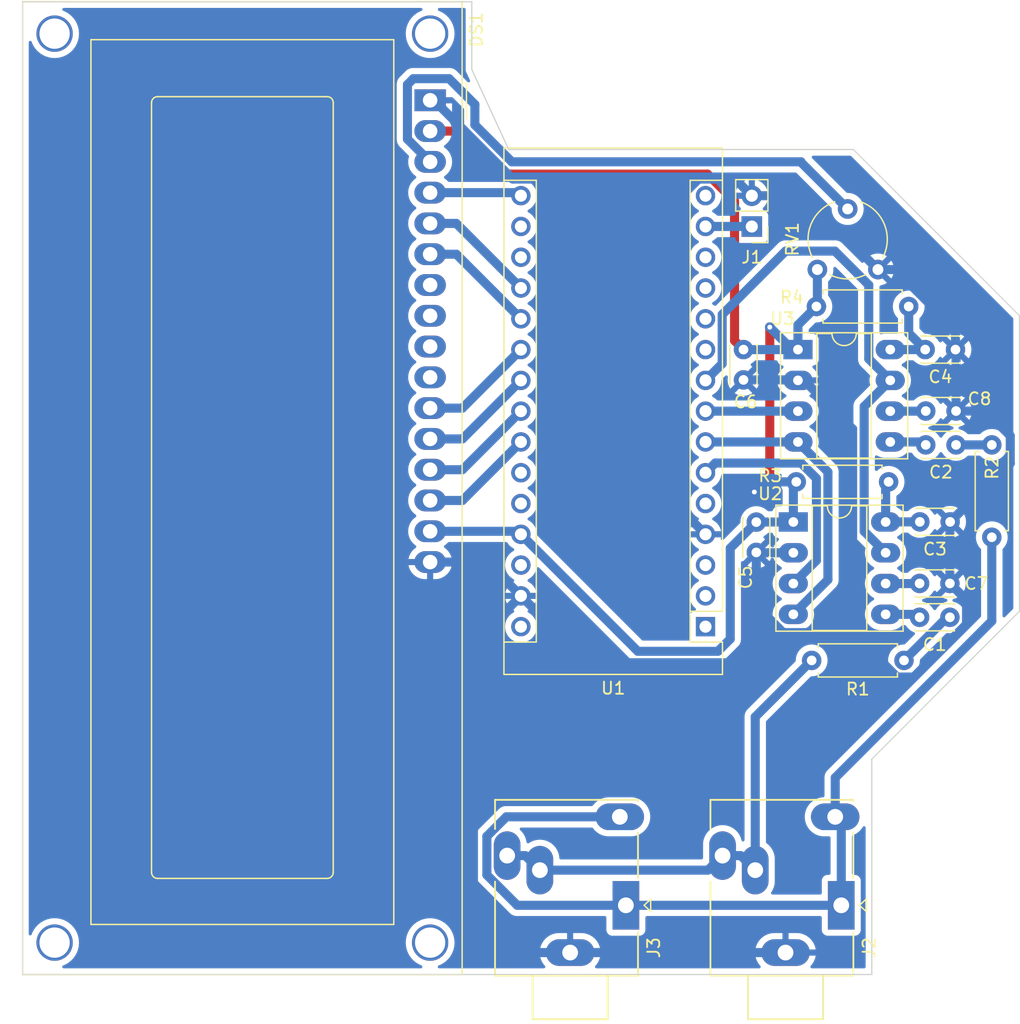
<source format=kicad_pcb>
(kicad_pcb (version 20211014) (generator pcbnew)
  (layers (0 "F.Cu" signal) (31 "B.Cu" signal) (34 "B.Paste" user) (35 "F.Paste" user) (36 "B.SilkS" user "B.Silkscreen") (37 "F.SilkS" user "F.Silkscreen") (38 "B.Mask" user) (39 "F.Mask" user) (44 "Edge.Cuts" user))
  (net 0 "")
  (net 1 "Net-(C1-Pad1)")
  (net 2 "Net-(C1-Pad2)")
  (net 3 "Net-(C2-Pad1)")
  (net 4 "Net-(C2-Pad2)")
  (net 5 "GND")
  (net 6 "Net-(C3-Pad2)")
  (net 7 "Net-(C4-Pad2)")
  (net 8 "VCC")
  (net 9 "Net-(C7-Pad2)")
  (net 10 "Net-(C8-Pad2)")
  (net 11 "Net-(DS1-Pad3)")
  (net 12 "/LCD_RS")
  (net 13 "/LCD_RW")
  (net 14 "/LCD_EN")
  (net 19 "/LCD_D7")
  (net 20 "/LCD_D6")
  (net 21 "/LCD_D5")
  (net 22 "/LCD_D4")
  (net 23 "/WS2813_DRIVE")
  (net 24 "/SPK_LEFT")
  (net 25 "/SPK_RIGHT")
  (net 30 "/MSEGQ7_DATA_L")
  (net 31 "/MSEGQ7_STROBE")
  (net 32 "/MSEGQ7_DATA_R")
  (net 33 "/MSEGQ7_RESET")
  (net 39 "+3V3")
  (footprint "Connector_Audio:Jack_3.5mm_Ledino_KB3SPRS_Horizontal" (layer "F.Cu") (at 61.995 191.9 90)
    (fp_text reference "J3" (at -3.5 2.3 90) (layer "F.SilkS"))
    (fp_text value "AudioJack3_SwitchTR")
    (fp_line (start 6 1) (end 2.25 1) (layer "F.SilkS") (width 0.15))
    (fp_line (start -9.4 -1.5) (end -5.8 -1.5) (layer "F.SilkS") (width 0.15))
    (fp_line (start 8.7 1) (end 8.6 1) (layer "F.SilkS") (width 0.15))
    (fp_line (start -5.8 -10.8) (end 1.95 -10.8) (layer "F.SilkS") (width 0.15))
    (fp_line (start 8.7 -10.8) (end 8.7 1) (layer "F.SilkS") (width 0.15))
    (fp_line (start 6.3 -10.8) (end 8.7 -10.8) (layer "F.SilkS") (width 0.15))
    (fp_line (start 0.5 2.05) (end 0 1.5) (layer "F.SilkS") (width 0.12))
    (fp_line (start -9.4 -7.7) (end -9.4 -1.5) (layer "F.SilkS") (width 0.15))
    (fp_line (start -5.8 -7.7) (end -9.4 -7.7) (layer "F.SilkS") (width 0.15))
    (fp_line (start 0 1.5) (end -0.5 2.05) (layer "F.SilkS") (width 0.12))
    (fp_line (start -0.5 2.05) (end 0.5 2.05) (layer "F.SilkS") (width 0.12))
    (fp_line (start -2.25 1) (end -5.8 1) (layer "F.SilkS") (width 0.15))
    (fp_line (start -5.8 1) (end -5.8 -10.8) (layer "F.SilkS") (width 0.15))
    (pad "R" thru_hole oval (at 4.1 -9.8 90) (size 4 2.2) (drill 1.3) (layers *.Cu *.Mask) (net 24 "/SPK_LEFT"))
    (pad "RN" thru_hole oval (at 2.9 -7.1 90) (size 4 2.2) (drill 1.3) (layers *.Cu *.Mask) (net 24 "/SPK_LEFT"))
    (pad "S" thru_hole oval (at -3.9 -4.6 90) (size 2.2 4) (drill 1.3) (layers *.Cu *.Mask) (net 5 "GND"))
    (pad "T" thru_hole rect (at 0 0 90) (size 4 2.2) (drill 1.3) (layers *.Cu *.Mask) (net 25 "/SPK_RIGHT"))
    (pad "TN" thru_hole oval (at 7.3 -0.5 180) (size 4 2.2) (drill 1.3) (layers *.Cu *.Mask) (net 25 "/SPK_RIGHT"))
  )
  (footprint "Package_DIP:DIP-8_W7.62mm_Socket_LongPads" (layer "F.Cu") (at 76.2 146.05)
    (fp_text reference "U3" (at -1.27 -2.54) (layer "F.SilkS"))
    (fp_text value "MSGEQ7")
    (fp_line (start 6.06 8.95) (end 6.06 -1.33) (layer "F.SilkS") (width 0.12))
    (fp_line (start -1.44 -1.39) (end -1.44 9.01) (layer "F.SilkS") (width 0.12))
    (fp_line (start 1.56 -1.33) (end 1.56 8.95) (layer "F.SilkS") (width 0.12))
    (fp_line (start 9.06 -1.39) (end -1.44 -1.39) (layer "F.SilkS") (width 0.12))
    (fp_line (start 1.56 8.95) (end 6.06 8.95) (layer "F.SilkS") (width 0.12))
    (fp_line (start 2.81 -1.33) (end 1.56 -1.33) (layer "F.SilkS") (width 0.12))
    (fp_line (start 9.06 9.01) (end 9.06 -1.39) (layer "F.SilkS") (width 0.12))
    (fp_line (start -1.44 9.01) (end 9.06 9.01) (layer "F.SilkS") (width 0.12))
    (fp_line (start 6.06 -1.33) (end 4.81 -1.33) (layer "F.SilkS") (width 0.12))
    (fp_arc (start 4.81 -1.33) (mid 3.81 -0.33) (end 2.81 -1.33) (layer "F.SilkS") (width 0.12))
    (pad "1" thru_hole rect (at 0 0) (size 2.4 1.6) (drill 0.8) (layers *.Cu *.Mask) (net 8 "VCC"))
    (pad "2" thru_hole oval (at 0 2.54) (size 2.4 1.6) (drill 0.8) (layers *.Cu *.Mask) (net 5 "GND"))
    (pad "3" thru_hole oval (at 0 5.08) (size 2.4 1.6) (drill 0.8) (layers *.Cu *.Mask) (net 32 "/MSEGQ7_DATA_R"))
    (pad "4" thru_hole oval (at 0 7.62) (size 2.4 1.6) (drill 0.8) (layers *.Cu *.Mask) (net 31 "/MSEGQ7_STROBE"))
    (pad "5" thru_hole oval (at 7.62 7.62) (size 2.4 1.6) (drill 0.8) (layers *.Cu *.Mask) (net 4 "Net-(C2-Pad2)"))
    (pad "6" thru_hole oval (at 7.62 5.08) (size 2.4 1.6) (drill 0.8) (layers *.Cu *.Mask) (net 10 "Net-(C8-Pad2)"))
    (pad "7" thru_hole oval (at 7.62 2.54) (size 2.4 1.6) (drill 0.8) (layers *.Cu *.Mask) (net 33 "/MSEGQ7_RESET"))
    (pad "8" thru_hole oval (at 7.62 0) (size 2.4 1.6) (drill 0.8) (layers *.Cu *.Mask) (net 7 "Net-(C4-Pad2)"))
  )
  (footprint "Connector_PinHeader_2.54mm:PinHeader_1x02_P2.54mm_Vertical" (layer "F.Cu") (at 72.39 135.895 180)
    (fp_text reference "J1" (at 0 -2.535) (layer "F.SilkS"))
    (fp_text value "Conn_01x02_Male")
    (fp_line (start -1.33 1.27) (end -1.33 3.87) (layer "F.SilkS") (width 0.12))
    (fp_line (start -1.33 3.87) (end 1.33 3.87) (layer "F.SilkS") (width 0.12))
    (fp_line (start 1.33 1.27) (end 1.33 3.87) (layer "F.SilkS") (width 0.12))
    (fp_line (start -1.33 -1.33) (end 0 -1.33) (layer "F.SilkS") (width 0.12))
    (fp_line (start -1.33 1.27) (end 1.33 1.27) (layer "F.SilkS") (width 0.12))
    (fp_line (start -1.33 0) (end -1.33 -1.33) (layer "F.SilkS") (width 0.12))
    (pad "1" thru_hole rect (at 0 0 180) (size 1.7 1.7) (drill 1) (layers *.Cu *.Mask) (net 23 "/WS2813_DRIVE"))
    (pad "2" thru_hole oval (at 0 2.54 180) (size 1.7 1.7) (drill 1) (layers *.Cu *.Mask) (net 5 "GND"))
  )
  (footprint "Display:WC1602A" (layer "F.Cu") (at 45.8375 125.48 -90)
    (fp_text reference "DS1" (at -5.82 -3.81 90) (layer "F.SilkS"))
    (fp_text value "WC1602A")
    (fp_line (start 72.14 33.64) (end 72.14 -2.64) (layer "F.SilkS") (width 0.12))
    (fp_line (start -5 3) (end 68 3) (layer "F.SilkS") (width 0.12))
    (fp_line (start 68 28) (end -5 28) (layer "F.SilkS") (width 0.12))
    (fp_line (start 0.2 8) (end 63.7 8) (layer "F.SilkS") (width 0.12))
    (fp_line (start -8.14 33.64) (end 72.14 33.64) (layer "F.SilkS") (width 0.12))
    (fp_line (start 68 3) (end 68 28) (layer "F.SilkS") (width 0.12))
    (fp_line (start -5 28) (end -5 3) (layer "F.SilkS") (width 0.12))
    (fp_line (start -8.14 -2.64) (end -8.14 33.64) (layer "F.SilkS") (width 0.12))
    (fp_line (start 72.14 -2.64) (end -7.34 -2.64) (layer "F.SilkS") (width 0.12))
    (fp_line (start -0.29972 22.49932) (end -0.29972 8.5) (layer "F.SilkS") (width 0.12))
    (fp_line (start -1.5 -3) (end 1.5 -3) (layer "F.SilkS") (width 0.12))
    (fp_line (start -8.13 -2.64) (end -7.34 -2.64) (layer "F.SilkS") (width 0.12))
    (fp_line (start 63.70066 23) (end 0.2 23) (layer "F.SilkS") (width 0.12))
    (fp_line (start 64.2 8.5) (end 64.2 22.5) (layer "F.SilkS") (width 0.12))
    (fp_arc (start 0.20066 22.9997) (mid -0.153162 22.853142) (end -0.29972 22.49932) (layer "F.SilkS") (width 0.12))
    (fp_arc (start -0.29972 8.49884) (mid -0.153162 8.145018) (end 0.20066 7.99846) (layer "F.SilkS") (width 0.12))
    (fp_arc (start 63.7 8) (mid 64.053553 8.146447) (end 64.2 8.5) (layer "F.SilkS") (width 0.12))
    (fp_arc (start 64.20104 22.49932) (mid 64.054484 22.853144) (end 63.70066 22.9997) (layer "F.SilkS") (width 0.12))
    (pad "" thru_hole circle (at -5.4991 31.0007 270) (size 3 3) (drill 2.5) (layers *.Cu *.Mask))
    (pad "" thru_hole circle (at -5.4991 0 270) (size 3 3) (drill 2.5) (layers *.Cu *.Mask))
    (pad "" thru_hole circle (at 69.49948 31.0007 270) (size 3 3) (drill 2.5) (layers *.Cu *.Mask))
    (pad "" thru_hole circle (at 69.5 0 270) (size 3 3) (drill 2.5) (layers *.Cu *.Mask))
    (pad "1" thru_hole rect (at 0 0 270) (size 1.8 2.6) (drill 1.2) (layers *.Cu *.Mask) (net 5 "GND"))
    (pad "2" thru_hole oval (at 2.54 0 270) (size 1.8 2.6) (drill 1.2) (layers *.Cu *.Mask) (net 8 "VCC"))
    (pad "3" thru_hole oval (at 5.08 0 270) (size 1.8 2.6) (drill 1.2) (layers *.Cu *.Mask) (net 11 "Net-(DS1-Pad3)"))
    (pad "4" thru_hole oval (at 7.62 0 270) (size 1.8 2.6) (drill 1.2) (layers *.Cu *.Mask) (net 12 "/LCD_RS"))
    (pad "5" thru_hole oval (at 10.16 0 270) (size 1.8 2.6) (drill 1.2) (layers *.Cu *.Mask) (net 13 "/LCD_RW"))
    (pad "6" thru_hole oval (at 12.7 0 270) (size 1.8 2.6) (drill 1.2) (layers *.Cu *.Mask) (net 14 "/LCD_EN"))
    (pad "7" thru_hole oval (at 15.24 0 270) (size 1.8 2.6) (drill 1.2) (layers *.Cu *.Mask))
    (pad "8" thru_hole oval (at 17.78 0 270) (size 1.8 2.6) (drill 1.2) (layers *.Cu *.Mask))
    (pad "9" thru_hole oval (at 20.32 0 270) (size 1.8 2.6) (drill 1.2) (layers *.Cu *.Mask))
    (pad "10" thru_hole oval (at 22.86 0 270) (size 1.8 2.6) (drill 1.2) (layers *.Cu *.Mask))
    (pad "11" thru_hole oval (at 25.4 0 270) (size 1.8 2.6) (drill 1.2) (layers *.Cu *.Mask) (net 22 "/LCD_D4"))
    (pad "12" thru_hole oval (at 27.94 0 270) (size 1.8 2.6) (drill 1.2) (layers *.Cu *.Mask) (net 21 "/LCD_D5"))
    (pad "13" thru_hole oval (at 30.48 0 270) (size 1.8 2.6) (drill 1.2) (layers *.Cu *.Mask) (net 20 "/LCD_D6"))
    (pad "14" thru_hole oval (at 33.02 0 270) (size 1.8 2.6) (drill 1.2) (layers *.Cu *.Mask) (net 19 "/LCD_D7"))
    (pad "15" thru_hole oval (at 35.56 0 270) (size 1.8 2.6) (drill 1.2) (layers *.Cu *.Mask) (net 8 "VCC"))
    (pad "16" thru_hole oval (at 38.1 0 270) (size 1.8 2.6) (drill 1.2) (layers *.Cu *.Mask) (net 5 "GND"))
  )
  (footprint "Resistor_THT:R_Axial_DIN0207_L6.3mm_D2.5mm_P7.62mm_Horizontal" (layer "F.Cu") (at 84.953 171.694 180)
    (fp_text reference "R1" (at 3.81 -2.37) (layer "F.SilkS"))
    (fp_text value "22k")
    (fp_line (start 7.08 1.37) (end 7.08 1.04) (layer "F.SilkS") (width 0.12))
    (fp_line (start 7.08 -1.37) (end 7.08 -1.04) (layer "F.SilkS") (width 0.12))
    (fp_line (start 0.54 1.37) (end 7.08 1.37) (layer "F.SilkS") (width 0.12))
    (fp_line (start 0.54 -1.37) (end 7.08 -1.37) (layer "F.SilkS") (width 0.12))
    (fp_line (start 0.54 1.04) (end 0.54 1.37) (layer "F.SilkS") (width 0.12))
    (fp_line (start 0.54 -1.04) (end 0.54 -1.37) (layer "F.SilkS") (width 0.12))
    (pad "1" thru_hole circle (at 0 0 180) (size 1.6 1.6) (drill 0.8) (layers *.Cu *.Mask) (net 1 "Net-(C1-Pad1)"))
    (pad "2" thru_hole oval (at 7.62 0 180) (size 1.6 1.6) (drill 0.8) (layers *.Cu *.Mask) (net 24 "/SPK_LEFT"))
  )
  (footprint "Capacitor_THT:C_Disc_D3.0mm_W2.0mm_P2.50mm" (layer "F.Cu") (at 89.205 146.05 180)
    (fp_text reference "C4" (at 1.25 -2.25) (layer "F.SilkS"))
    (fp_text value "33pF")
    (fp_line (start 2.87 1.055) (end 2.87 1.12) (layer "F.SilkS") (width 0.12))
    (fp_line (start -0.37 -1.12) (end -0.37 -1.055) (layer "F.SilkS") (width 0.12))
    (fp_line (start -0.37 -1.12) (end 2.87 -1.12) (layer "F.SilkS") (width 0.12))
    (fp_line (start 2.87 -1.12) (end 2.87 -1.055) (layer "F.SilkS") (width 0.12))
    (fp_line (start -0.37 1.055) (end -0.37 1.12) (layer "F.SilkS") (width 0.12))
    (fp_line (start -0.37 1.12) (end 2.87 1.12) (layer "F.SilkS") (width 0.12))
    (pad "1" thru_hole circle (at 0 0 180) (size 1.6 1.6) (drill 0.8) (layers *.Cu *.Mask) (net 5 "GND"))
    (pad "2" thru_hole circle (at 2.5 0 180) (size 1.6 1.6) (drill 0.8) (layers *.Cu *.Mask) (net 7 "Net-(C4-Pad2)"))
  )
  (footprint "Module:Arduino_Nano" (layer "F.Cu") (at 68.57 168.91 180)
    (fp_text reference "U1" (at 7.62 -5.08) (layer "F.SilkS"))
    (fp_text value "Arduino_Nano_v3.x")
    (fp_line (start 13.97 36.83) (end 16.64 36.83) (layer "F.SilkS") (width 0.12))
    (fp_line (start 1.27 -1.27) (end -1.4 -1.27) (layer "F.SilkS") (width 0.12))
    (fp_line (start 16.64 -3.94) (end -1.4 -3.94) (layer "F.SilkS") (width 0.12))
    (fp_line (start 1.27 1.27) (end -1.4 1.27) (layer "F.SilkS") (width 0.12))
    (fp_line (start 1.27 1.27) (end 1.27 -1.27) (layer "F.SilkS") (width 0.12))
    (fp_line (start 13.97 -1.27) (end 13.97 36.83) (layer "F.SilkS") (width 0.12))
    (fp_line (start -1.4 1.27) (end -1.4 39.5) (layer "F.SilkS") (width 0.12))
    (fp_line (start -1.4 39.5) (end 16.64 39.5) (layer "F.SilkS") (width 0.12))
    (fp_line (start 16.64 39.5) (end 16.64 -3.94) (layer "F.SilkS") (width 0.12))
    (fp_line (start 1.27 36.83) (end -1.4 36.83) (layer "F.SilkS") (width 0.12))
    (fp_line (start 1.27 1.27) (end 1.27 36.83) (layer "F.SilkS") (width 0.12))
    (fp_line (start 13.97 -1.27) (end 16.64 -1.27) (layer "F.SilkS") (width 0.12))
    (fp_line (start -1.4 -3.94) (end -1.4 -1.27) (layer "F.SilkS") (width 0.12))
    (pad "1" thru_hole rect (at 0 0 180) (size 1.6 1.6) (drill 1) (layers *.Cu *.Mask))
    (pad "2" thru_hole oval (at 0 2.54 180) (size 1.6 1.6) (drill 1) (layers *.Cu *.Mask))
    (pad "3" thru_hole oval (at 0 5.08 180) (size 1.6 1.6) (drill 1) (layers *.Cu *.Mask))
    (pad "4" thru_hole oval (at 0 7.62 180) (size 1.6 1.6) (drill 1) (layers *.Cu *.Mask) (net 5 "GND"))
    (pad "5" thru_hole oval (at 0 10.16 180) (size 1.6 1.6) (drill 1) (layers *.Cu *.Mask))
    (pad "6" thru_hole oval (at 0 12.7 180) (size 1.6 1.6) (drill 1) (layers *.Cu *.Mask) (net 30 "/MSEGQ7_DATA_L"))
    (pad "7" thru_hole oval (at 0 15.24 180) (size 1.6 1.6) (drill 1) (layers *.Cu *.Mask) (net 31 "/MSEGQ7_STROBE"))
    (pad "8" thru_hole oval (at 0 17.78 180) (size 1.6 1.6) (drill 1) (layers *.Cu *.Mask) (net 32 "/MSEGQ7_DATA_R"))
    (pad "9" thru_hole oval (at 0 20.32 180) (size 1.6 1.6) (drill 1) (layers *.Cu *.Mask) (net 33 "/MSEGQ7_RESET"))
    (pad "10" thru_hole oval (at 0 22.86 180) (size 1.6 1.6) (drill 1) (layers *.Cu *.Mask))
    (pad "11" thru_hole oval (at 0 25.4 180) (size 1.6 1.6) (drill 1) (layers *.Cu *.Mask))
    (pad "12" thru_hole oval (at 0 27.94 180) (size 1.6 1.6) (drill 1) (layers *.Cu *.Mask))
    (pad "13" thru_hole oval (at 0 30.48 180) (size 1.6 1.6) (drill 1) (layers *.Cu *.Mask))
    (pad "14" thru_hole oval (at 0 33.02 180) (size 1.6 1.6) (drill 1) (layers *.Cu *.Mask) (net 23 "/WS2813_DRIVE"))
    (pad "15" thru_hole oval (at 0 35.56 180) (size 1.6 1.6) (drill 1) (layers *.Cu *.Mask))
    (pad "16" thru_hole oval (at 15.24 35.56 180) (size 1.6 1.6) (drill 1) (layers *.Cu *.Mask) (net 12 "/LCD_RS"))
    (pad "17" thru_hole oval (at 15.24 33.02 180) (size 1.6 1.6) (drill 1) (layers *.Cu *.Mask) (net 39 "+3V3"))
    (pad "18" thru_hole oval (at 15.24 30.48 180) (size 1.6 1.6) (drill 1) (layers *.Cu *.Mask))
    (pad "19" thru_hole oval (at 15.24 27.94 180) (size 1.6 1.6) (drill 1) (layers *.Cu *.Mask) (net 13 "/LCD_RW"))
    (pad "20" thru_hole oval (at 15.24 25.4 180) (size 1.6 1.6) (drill 1) (layers *.Cu *.Mask) (net 14 "/LCD_EN"))
    (pad "21" thru_hole oval (at 15.24 22.86 180) (size 1.6 1.6) (drill 1) (layers *.Cu *.Mask) (net 22 "/LCD_D4"))
    (pad "22" thru_hole oval (at 15.24 20.32 180) (size 1.6 1.6) (drill 1) (layers *.Cu *.Mask) (net 21 "/LCD_D5"))
    (pad "23" thru_hole oval (at 15.24 17.78 180) (size 1.6 1.6) (drill 1) (layers *.Cu *.Mask) (net 20 "/LCD_D6"))
    (pad "24" thru_hole oval (at 15.24 15.24 180) (size 1.6 1.6) (drill 1) (layers *.Cu *.Mask) (net 19 "/LCD_D7"))
    (pad "25" thru_hole oval (at 15.24 12.7 180) (size 1.6 1.6) (drill 1) (layers *.Cu *.Mask))
    (pad "26" thru_hole oval (at 15.24 10.16 180) (size 1.6 1.6) (drill 1) (layers *.Cu *.Mask))
    (pad "27" thru_hole oval (at 15.24 7.62 180) (size 1.6 1.6) (drill 1) (layers *.Cu *.Mask) (net 8 "VCC"))
    (pad "28" thru_hole oval (at 15.24 5.08 180) (size 1.6 1.6) (drill 1) (layers *.Cu *.Mask))
    (pad "29" thru_hole oval (at 15.24 2.54 180) (size 1.6 1.6) (drill 1) (layers *.Cu *.Mask) (net 5 "GND"))
    (pad "30" thru_hole oval (at 15.24 0 180) (size 1.6 1.6) (drill 1) (layers *.Cu *.Mask))
  )
  (footprint "Capacitor_THT:C_Disc_D3.0mm_W2.0mm_P2.50mm" (layer "F.Cu") (at 88.743 168.138 180)
    (fp_text reference "C1" (at 1.25 -2.25) (layer "F.SilkS"))
    (fp_text value "10nF")
    (fp_line (start -0.37 1.12) (end 2.87 1.12) (layer "F.SilkS") (width 0.12))
    (fp_line (start -0.37 1.055) (end -0.37 1.12) (layer "F.SilkS") (width 0.12))
    (fp_line (start -0.37 -1.12) (end -0.37 -1.055) (layer "F.SilkS") (width 0.12))
    (fp_line (start 2.87 1.055) (end 2.87 1.12) (layer "F.SilkS") (width 0.12))
    (fp_line (start -0.37 -1.12) (end 2.87 -1.12) (layer "F.SilkS") (width 0.12))
    (fp_line (start 2.87 -1.12) (end 2.87 -1.055) (layer "F.SilkS") (width 0.12))
    (pad "1" thru_hole circle (at 0 0 180) (size 1.6 1.6) (drill 0.8) (layers *.Cu *.Mask) (net 1 "Net-(C1-Pad1)"))
    (pad "2" thru_hole circle (at 2.5 0 180) (size 1.6 1.6) (drill 0.8) (layers *.Cu *.Mask) (net 2 "Net-(C1-Pad2)"))
  )
  (footprint "Resistor_THT:R_Axial_DIN0207_L6.3mm_D2.5mm_P7.62mm_Horizontal" (layer "F.Cu") (at 76.063 156.962)
    (fp_text reference "R3" (at -2.149 -0.498) (layer "F.SilkS"))
    (fp_text value "200k")
    (fp_line (start 0.54 -1.37) (end 7.08 -1.37) (layer "F.SilkS") (width 0.12))
    (fp_line (start 0.54 1.04) (end 0.54 1.37) (layer "F.SilkS") (width 0.12))
    (fp_line (start 7.08 1.37) (end 7.08 1.04) (layer "F.SilkS") (width 0.12))
    (fp_line (start 7.08 -1.37) (end 7.08 -1.04) (layer "F.SilkS") (width 0.12))
    (fp_line (start 0.54 1.37) (end 7.08 1.37) (layer "F.SilkS") (width 0.12))
    (fp_line (start 0.54 -1.04) (end 0.54 -1.37) (layer "F.SilkS") (width 0.12))
    (pad "1" thru_hole circle (at 0 0) (size 1.6 1.6) (drill 0.8) (layers *.Cu *.Mask) (net 8 "VCC"))
    (pad "2" thru_hole oval (at 7.62 0) (size 1.6 1.6) (drill 0.8) (layers *.Cu *.Mask) (net 6 "Net-(C3-Pad2)"))
  )
  (footprint "Potentiometer_THT:Potentiometer_Piher_PT-6-V_Vertical" (layer "F.Cu") (at 82.804 139.446 90)
    (fp_text reference "RV1" (at 2.5 -7.06 90) (layer "F.SilkS"))
    (fp_text value "10k")
    (fp_arc (start 5.591846 -1.435392) (mid 4.398899 0.162158) (end 2.5 0.77) (layer "F.SilkS") (width 0.12))
    (fp_arc (start -0.413387 -1.014798) (mid -0.770114 -2.499325) (end -0.414 -3.984) (layer "F.SilkS") (width 0.12))
    (fp_arc (start 1.016032 -5.413829) (mid 3.725524 -5.531609) (end 5.592 -3.564) (layer "F.SilkS") (width 0.12))
    (fp_arc (start 2.556863 0.770075) (mid 1.764071 0.686696) (end 1.015 0.414) (layer "F.SilkS") (width 0.12))
    (pad "1" thru_hole circle (at 0 0 90) (size 1.62 1.62) (drill 0.9) (layers *.Cu *.Mask) (net 5 "GND"))
    (pad "2" thru_hole circle (at 5 -2.5 90) (size 1.62 1.62) (drill 0.9) (layers *.Cu *.Mask) (net 11 "Net-(DS1-Pad3)"))
    (pad "3" thru_hole circle (at 0 -5 90) (size 1.62 1.62) (drill 0.9) (layers *.Cu *.Mask) (net 8 "VCC"))
  )
  (footprint "Capacitor_THT:C_Disc_D3.0mm_W2.0mm_P2.50mm" (layer "F.Cu") (at 88.763 160.264 180)
    (fp_text reference "C3" (at 1.25 -2.25) (layer "F.SilkS"))
    (fp_text value "33pF")
    (fp_line (start -0.37 1.12) (end 2.87 1.12) (layer "F.SilkS") (width 0.12))
    (fp_line (start -0.37 -1.12) (end 2.87 -1.12) (layer "F.SilkS") (width 0.12))
    (fp_line (start -0.37 -1.12) (end -0.37 -1.055) (layer "F.SilkS") (width 0.12))
    (fp_line (start 2.87 -1.12) (end 2.87 -1.055) (layer "F.SilkS") (width 0.12))
    (fp_line (start 2.87 1.055) (end 2.87 1.12) (layer "F.SilkS") (width 0.12))
    (fp_line (start -0.37 1.055) (end -0.37 1.12) (layer "F.SilkS") (width 0.12))
    (pad "1" thru_hole circle (at 0 0 180) (size 1.6 1.6) (drill 0.8) (layers *.Cu *.Mask) (net 5 "GND"))
    (pad "2" thru_hole circle (at 2.5 0 180) (size 1.6 1.6) (drill 0.8) (layers *.Cu *.Mask) (net 6 "Net-(C3-Pad2)"))
  )
  (footprint "Capacitor_THT:C_Disc_D3.0mm_W2.0mm_P2.50mm" (layer "F.Cu") (at 72.761 162.784 90)
    (fp_text reference "C5" (at -2.062 -0.879 90) (layer "F.SilkS"))
    (fp_text value "0.1uF")
    (fp_line (start -0.37 -1.12) (end 2.87 -1.12) (layer "F.SilkS") (width 0.12))
    (fp_line (start -0.37 -1.12) (end -0.37 -1.055) (layer "F.SilkS") (width 0.12))
    (fp_line (start 2.87 1.055) (end 2.87 1.12) (layer "F.SilkS") (width 0.12))
    (fp_line (start -0.37 1.055) (end -0.37 1.12) (layer "F.SilkS") (width 0.12))
    (fp_line (start 2.87 -1.12) (end 2.87 -1.055) (layer "F.SilkS") (width 0.12))
    (fp_line (start -0.37 1.12) (end 2.87 1.12) (layer "F.SilkS") (width 0.12))
    (pad "1" thru_hole circle (at 0 0 90) (size 1.6 1.6) (drill 0.8) (layers *.Cu *.Mask) (net 5 "GND"))
    (pad "2" thru_hole circle (at 2.5 0 90) (size 1.6 1.6) (drill 0.8) (layers *.Cu *.Mask) (net 8 "VCC"))
  )
  (footprint "Capacitor_THT:C_Disc_D3.0mm_W2.0mm_P2.50mm" (layer "F.Cu") (at 89.251 153.914 180)
    (fp_text reference "C2" (at 1.25 -2.25) (layer "F.SilkS"))
    (fp_text value "10nF")
    (fp_line (start -0.37 -1.12) (end 2.87 -1.12) (layer "F.SilkS") (width 0.12))
    (fp_line (start -0.37 1.12) (end 2.87 1.12) (layer "F.SilkS") (width 0.12))
    (fp_line (start 2.87 1.055) (end 2.87 1.12) (layer "F.SilkS") (width 0.12))
    (fp_line (start -0.37 -1.12) (end -0.37 -1.055) (layer "F.SilkS") (width 0.12))
    (fp_line (start -0.37 1.055) (end -0.37 1.12) (layer "F.SilkS") (width 0.12))
    (fp_line (start 2.87 -1.12) (end 2.87 -1.055) (layer "F.SilkS") (width 0.12))
    (pad "1" thru_hole circle (at 0 0 180) (size 1.6 1.6) (drill 0.8) (layers *.Cu *.Mask) (net 3 "Net-(C2-Pad1)"))
    (pad "2" thru_hole circle (at 2.5 0 180) (size 1.6 1.6) (drill 0.8) (layers *.Cu *.Mask) (net 4 "Net-(C2-Pad2)"))
  )
  (footprint "Capacitor_THT:C_Disc_D3.0mm_W2.0mm_P2.50mm" (layer "F.Cu") (at 88.743 165.344 180)
    (fp_text reference "C7" (at -2.189 -0.01) (layer "F.SilkS"))
    (fp_text value "0.1uF")
    (fp_line (start -0.37 1.055) (end -0.37 1.12) (layer "F.SilkS") (width 0.12))
    (fp_line (start 2.87 1.055) (end 2.87 1.12) (layer "F.SilkS") (width 0.12))
    (fp_line (start -0.37 -1.12) (end 2.87 -1.12) (layer "F.SilkS") (width 0.12))
    (fp_line (start -0.37 -1.12) (end -0.37 -1.055) (layer "F.SilkS") (width 0.12))
    (fp_line (start 2.87 -1.12) (end 2.87 -1.055) (layer "F.SilkS") (width 0.12))
    (fp_line (start -0.37 1.12) (end 2.87 1.12) (layer "F.SilkS") (width 0.12))
    (pad "1" thru_hole circle (at 0 0 180) (size 1.6 1.6) (drill 0.8) (layers *.Cu *.Mask) (net 5 "GND"))
    (pad "2" thru_hole circle (at 2.5 0 180) (size 1.6 1.6) (drill 0.8) (layers *.Cu *.Mask) (net 9 "Net-(C7-Pad2)"))
  )
  (footprint "Package_DIP:DIP-8_W7.62mm_Socket_LongPads" (layer "F.Cu") (at 75.819 160.274)
    (fp_text reference "U2" (at -1.905 -2.33) (layer "F.SilkS"))
    (fp_text value "MSGEQ7")
    (fp_line (start 9.06 9.01) (end 9.06 -1.39) (layer "F.SilkS") (width 0.12))
    (fp_line (start -1.44 -1.39) (end -1.44 9.01) (layer "F.SilkS") (width 0.12))
    (fp_line (start 2.81 -1.33) (end 1.56 -1.33) (layer "F.SilkS") (width 0.12))
    (fp_line (start 6.06 8.95) (end 6.06 -1.33) (layer "F.SilkS") (width 0.12))
    (fp_line (start 1.56 -1.33) (end 1.56 8.95) (layer "F.SilkS") (width 0.12))
    (fp_line (start 1.56 8.95) (end 6.06 8.95) (layer "F.SilkS") (width 0.12))
    (fp_line (start -1.44 9.01) (end 9.06 9.01) (layer "F.SilkS") (width 0.12))
    (fp_line (start 6.06 -1.33) (end 4.81 -1.33) (layer "F.SilkS") (width 0.12))
    (fp_line (start 9.06 -1.39) (end -1.44 -1.39) (layer "F.SilkS") (width 0.12))
    (fp_arc (start 4.81 -1.33) (mid 3.81 -0.33) (end 2.81 -1.33) (layer "F.SilkS") (width 0.12))
    (pad "1" thru_hole rect (at 0 0) (size 2.4 1.6) (drill 0.8) (layers *.Cu *.Mask) (net 8 "VCC"))
    (pad "2" thru_hole oval (at 0 2.54) (size 2.4 1.6) (drill 0.8) (layers *.Cu *.Mask) (net 5 "GND"))
    (pad "3" thru_hole oval (at 0 5.08) (size 2.4 1.6) (drill 0.8) (layers *.Cu *.Mask) (net 30 "/MSEGQ7_DATA_L"))
    (pad "4" thru_hole oval (at 0 7.62) (size 2.4 1.6) (drill 0.8) (layers *.Cu *.Mask) (net 31 "/MSEGQ7_STROBE"))
    (pad "5" thru_hole oval (at 7.62 7.62) (size 2.4 1.6) (drill 0.8) (layers *.Cu *.Mask) (net 2 "Net-(C1-Pad2)"))
    (pad "6" thru_hole oval (at 7.62 5.08) (size 2.4 1.6) (drill 0.8) (layers *.Cu *.Mask) (net 9 "Net-(C7-Pad2)"))
    (pad "7" thru_hole oval (at 7.62 2.54) (size 2.4 1.6) (drill 0.8) (layers *.Cu *.Mask) (net 33 "/MSEGQ7_RESET"))
    (pad "8" thru_hole oval (at 7.62 0) (size 2.4 1.6) (drill 0.8) (layers *.Cu *.Mask) (net 6 "Net-(C3-Pad2)"))
  )
  (footprint "Capacitor_THT:C_Disc_D3.0mm_W2.0mm_P2.50mm" (layer "F.Cu") (at 71.705 148.55 90)
    (fp_text reference "C6" (at -1.818 0.177 180) (layer "F.SilkS"))
    (fp_text value "0.1uF")
    (fp_line (start -0.37 -1.12) (end -0.37 -1.055) (layer "F.SilkS") (width 0.12))
    (fp_line (start 2.87 1.055) (end 2.87 1.12) (layer "F.SilkS") (width 0.12))
    (fp_line (start -0.37 1.055) (end -0.37 1.12) (layer "F.SilkS") (width 0.12))
    (fp_line (start -0.37 -1.12) (end 2.87 -1.12) (layer "F.SilkS") (width 0.12))
    (fp_line (start -0.37 1.12) (end 2.87 1.12) (layer "F.SilkS") (width 0.12))
    (fp_line (start 2.87 -1.12) (end 2.87 -1.055) (layer "F.SilkS") (width 0.12))
    (pad "1" thru_hole circle (at 0 0 90) (size 1.6 1.6) (drill 0.8) (layers *.Cu *.Mask) (net 5 "GND"))
    (pad "2" thru_hole circle (at 2.5 0 90) (size 1.6 1.6) (drill 0.8) (layers *.Cu *.Mask) (net 8 "VCC"))
  )
  (footprint "Capacitor_THT:C_Disc_D3.0mm_W2.0mm_P2.50mm" (layer "F.Cu") (at 89.251 151.12 180)
    (fp_text reference "C8" (at -1.935 1.006) (layer "F.SilkS"))
    (fp_text value "0.1uF")
    (fp_line (start -0.37 -1.12) (end 2.87 -1.12) (layer "F.SilkS") (width 0.12))
    (fp_line (start 2.87 1.055) (end 2.87 1.12) (layer "F.SilkS") (width 0.12))
    (fp_line (start -0.37 1.12) (end 2.87 1.12) (layer "F.SilkS") (width 0.12))
    (fp_line (start 2.87 -1.12) (end 2.87 -1.055) (layer "F.SilkS") (width 0.12))
    (fp_line (start -0.37 1.055) (end -0.37 1.12) (layer "F.SilkS") (width 0.12))
    (fp_line (start -0.37 -1.12) (end -0.37 -1.055) (layer "F.SilkS") (width 0.12))
    (pad "1" thru_hole circle (at 0 0 180) (size 1.6 1.6) (drill 0.8) (layers *.Cu *.Mask) (net 5 "GND"))
    (pad "2" thru_hole circle (at 2.5 0 180) (size 1.6 1.6) (drill 0.8) (layers *.Cu *.Mask) (net 10 "Net-(C8-Pad2)"))
  )
  (footprint "Connector_Audio:Jack_3.5mm_Ledino_KB3SPRS_Horizontal" (layer "F.Cu") (at 79.775 191.9 90)
    (fp_text reference "J2" (at -3.5 2.3 90) (layer "F.SilkS"))
    (fp_text value "AudioJack3_SwitchTR")
    (fp_line (start -5.8 -7.7) (end -9.4 -7.7) (layer "F.SilkS") (width 0.15))
    (fp_line (start 6.3 -10.8) (end 8.7 -10.8) (layer "F.SilkS") (width 0.15))
    (fp_line (start 8.7 -10.8) (end 8.7 1) (layer "F.SilkS") (width 0.15))
    (fp_line (start -9.4 -7.7) (end -9.4 -1.5) (layer "F.SilkS") (width 0.15))
    (fp_line (start 6 1) (end 2.25 1) (layer "F.SilkS") (width 0.15))
    (fp_line (start -5.8 1) (end -5.8 -10.8) (layer "F.SilkS") (width 0.15))
    (fp_line (start -2.25 1) (end -5.8 1) (layer "F.SilkS") (width 0.15))
    (fp_line (start -0.5 2.05) (end 0.5 2.05) (layer "F.SilkS") (width 0.12))
    (fp_line (start 8.7 1) (end 8.6 1) (layer "F.SilkS") (width 0.15))
    (fp_line (start -9.4 -1.5) (end -5.8 -1.5) (layer "F.SilkS") (width 0.15))
    (fp_line (start 0.5 2.05) (end 0 1.5) (layer "F.SilkS") (width 0.12))
    (fp_line (start -5.8 -10.8) (end 1.95 -10.8) (layer "F.SilkS") (width 0.15))
    (fp_line (start 0 1.5) (end -0.5 2.05) (layer "F.SilkS") (width 0.12))
    (pad "R" thru_hole oval (at 4.1 -9.8 90) (size 4 2.2) (drill 1.3) (layers *.Cu *.Mask) (net 24 "/SPK_LEFT"))
    (pad "RN" thru_hole oval (at 2.9 -7.1 90) (size 4 2.2) (drill 1.3) (layers *.Cu *.Mask) (net 24 "/SPK_LEFT"))
    (pad "S" thru_hole oval (at -3.9 -4.6 90) (size 2.2 4) (drill 1.3) (layers *.Cu *.Mask) (net 5 "GND"))
    (pad "T" thru_hole rect (at 0 0 90) (size 4 2.2) (drill 1.3) (layers *.Cu *.Mask) (net 25 "/SPK_RIGHT"))
    (pad "TN" thru_hole oval (at 7.3 -0.5 180) (size 4 2.2) (drill 1.3) (layers *.Cu *.Mask) (net 25 "/SPK_RIGHT"))
  )
  (footprint "Resistor_THT:R_Axial_DIN0207_L6.3mm_D2.5mm_P7.62mm_Horizontal" (layer "F.Cu") (at 77.724 142.494)
    (fp_text reference "R4" (at -2.032 -0.762) (layer "F.SilkS"))
    (fp_text value "200k")
    (fp_line (start 7.08 1.37) (end 7.08 1.04) (layer "F.SilkS") (width 0.12))
    (fp_line (start 0.54 -1.04) (end 0.54 -1.37) (layer "F.SilkS") (width 0.12))
    (fp_line (start 0.54 1.04) (end 0.54 1.37) (layer "F.SilkS") (width 0.12))
    (fp_line (start 0.54 -1.37) (end 7.08 -1.37) (layer "F.SilkS") (width 0.12))
    (fp_line (start 7.08 -1.37) (end 7.08 -1.04) (layer "F.SilkS") (width 0.12))
    (fp_line (start 0.54 1.37) (end 7.08 1.37) (layer "F.SilkS") (width 0.12))
    (pad "1" thru_hole circle (at 0 0) (size 1.6 1.6) (drill 0.8) (layers *.Cu *.Mask) (net 8 "VCC"))
    (pad "2" thru_hole oval (at 7.62 0) (size 1.6 1.6) (drill 0.8) (layers *.Cu *.Mask) (net 7 "Net-(C4-Pad2)"))
  )
  (footprint "Resistor_THT:R_Axial_DIN0207_L6.3mm_D2.5mm_P7.62mm_Horizontal" (layer "F.Cu") (at 92.202 153.914 -90)
    (fp_text reference "R2" (at 1.886 -0.023 -270) (layer "F.SilkS"))
    (fp_text value "22k")
    (fp_line (start 7.08 1.37) (end 7.08 1.04) (layer "F.SilkS") (width 0.12))
    (fp_line (start 7.08 -1.37) (end 7.08 -1.04) (layer "F.SilkS") (width 0.12))
    (fp_line (start 0.54 -1.04) (end 0.54 -1.37) (layer "F.SilkS") (width 0.12))
    (fp_line (start 0.54 -1.37) (end 7.08 -1.37) (layer "F.SilkS") (width 0.12))
    (fp_line (start 0.54 1.37) (end 7.08 1.37) (layer "F.SilkS") (width 0.12))
    (fp_line (start 0.54 1.04) (end 0.54 1.37) (layer "F.SilkS") (width 0.12))
    (pad "1" thru_hole circle (at 0 0 270) (size 1.6 1.6) (drill 0.8) (layers *.Cu *.Mask) (net 3 "Net-(C2-Pad1)"))
    (pad "2" thru_hole oval (at 7.62 0 270) (size 1.6 1.6) (drill 0.8) (layers *.Cu *.Mask) (net 25 "/SPK_RIGHT"))
  )
  (gr_line (start 94.488 143.256) (end 80.772 129.54) (layer "Edge.Cuts") (width 0.1))
  (gr_line (start 49.276 117.348) (end 12.192 117.348) (layer "Edge.Cuts") (width 0.1))
  (gr_line (start 94.488 167.64) (end 94.488 148.336) (layer "Edge.Cuts") (width 0.1))
  (gr_line (start 52.324 129.54) (end 49.276 122.936) (layer "Edge.Cuts") (width 0.1))
  (gr_line (start 70.612 129.54) (end 52.324 129.54) (layer "Edge.Cuts") (width 0.1))
  (gr_line (start 82.296 197.612) (end 82.296 179.832) (layer "Edge.Cuts") (width 0.1))
  (gr_line (start 82.296 179.832) (end 94.488 167.64) (layer "Edge.Cuts") (width 0.1))
  (gr_line (start 12.192 117.348) (end 12.192 197.612) (layer "Edge.Cuts") (width 0.1))
  (gr_line (start 49.276 122.936) (end 49.276 117.348) (layer "Edge.Cuts") (width 0.1))
  (gr_line (start 80.772 129.54) (end 70.612 129.54) (layer "Edge.Cuts") (width 0.1))
  (gr_line (start 12.192 197.612) (end 82.296 197.612) (layer "Edge.Cuts") (width 0.1))
  (gr_line (start 94.488 148.336) (end 94.488 143.256) (layer "Edge.Cuts") (width 0.1))
  (segment (start 88.509 168.138) (end 84.953 171.694) (width 0.75) (layer "B.Cu") (net 1))
  (segment (start 88.743 168.138) (end 88.509 168.138) (width 0.75) (layer "B.Cu") (net 1))
  (segment (start 83.439 167.894) (end 85.999 167.894) (width 0.75) (layer "B.Cu") (net 2))
  (segment (start 85.999 167.894) (end 86.243 168.138) (width 0.75) (layer "B.Cu") (net 2))
  (segment (start 89.251 153.914) (end 92.202 153.914) (width 0.75) (layer "B.Cu") (net 3))
  (segment (start 86.507 153.67) (end 86.751 153.914) (width 0.75) (layer "B.Cu") (net 4))
  (segment (start 83.82 153.67) (end 86.507 153.67) (width 0.75) (layer "B.Cu") (net 4))
  (segment (start 90.117511 166.718511) (end 88.743 165.344) (width 0.75) (layer "B.Cu") (net 5))
  (segment (start 82.804 139.446) (end 76.713 133.355) (width 0.75) (layer "B.Cu") (net 5))
  (segment (start 70.42448 171.89152) (end 73.948568 168.367432) (width 0.75) (layer "B.Cu") (net 5))
  (segment (start 93.726 153.162) (end 93.726 155.448) (width 0.75) (layer "B.Cu") (net 5))
  (segment (start 71.705 148.55) (end 76.16 148.55) (width 0.75) (layer "B.Cu") (net 5))
  (segment (start 74.98095 169.399814) (end 80.71496 169.399814) (width 0.75) (layer "B.Cu") (net 5))
  (segment (start 75.175 195.8) (end 57.395 195.8) (width 0.75) (layer "B.Cu") (net 5))
  (segment (start 89.251 151.12) (end 89.251 146.096) (width 0.75) (layer "B.Cu") (net 5))
  (segment (start 90.117511 168.707342) (end 90.117511 166.718511) (width 0.75) (layer "B.Cu") (net 5))
  (segment (start 75.819 162.814) (end 72.791 162.814) (width 0.75) (layer "B.Cu") (net 5))
  (segment (start 76.708 148.59) (end 76.2 148.59) (width 0.75) (layer "B.Cu") (net 5))
  (segment (start 84.383658 173.068511) (end 81.260573 169.945427) (width 0.75) (layer "B.Cu") (net 5))
  (segment (start 89.251 151.12) (end 91.684 151.12) (width 0.75) (layer "B.Cu") (net 5))
  (segment (start 52.654665 131.975489) (end 68.000658 131.975489) (width 0.75) (layer "B.Cu") (net 5))
  (segment (start 50.54 163.58) (end 53.33 166.37) (width 0.75) (layer "B.Cu") (net 5))
  (segment (start 72.791 162.814) (end 72.761 162.784) (width 0.75) (layer "B.Cu") (net 5))
  (segment (start 84.239853 139.446) (end 82.804 139.446) (width 0.75) (layer "B.Cu") (net 5))
  (segment (start 46.159176 125.48) (end 52.654665 131.975489) (width 0.75) (layer "B.Cu") (net 5))
  (segment (start 89.251 146.096) (end 89.205 146.05) (width 0.75) (layer "B.Cu") (net 5))
  (segment (start 88.743 165.344) (end 88.743 160.284) (width 0.75) (layer "B.Cu") (net 5))
  (segment (start 88.743 160.284) (end 88.763 160.264) (width 0.75) (layer "B.Cu") (net 5))
  (segment (start 71.010489 131.975489) (end 68.000658 131.975489) (width 0.75) (layer "B.Cu") (net 5))
  (segment (start 89.205 144.411147) (end 84.239853 139.446) (width 0.75) (layer "B.Cu") (net 5))
  (segment (start 76.16 148.55) (end 76.2 148.59) (width 0.75) (layer "B.Cu") (net 5))
  (segment (start 91.684 151.12) (end 93.726 153.162) (width 0.75) (layer "B.Cu") (net 5))
  (segment (start 85.756342 173.068511) (end 84.383658 173.068511) (width 0.75) (layer "B.Cu") (net 5))
  (segment (start 68.000658 131.975489) (end 66.675 133.301147) (width 0.75) (layer "B.Cu") (net 5))
  (segment (start 80.71496 169.399814) (end 80.71496 152.59696) (width 0.75) (layer "B.Cu") (net 5))
  (segment (start 49.41096 190.56596) (end 54.645 195.8) (width 0.75) (layer "B.Cu") (net 5))
  (segment (start 45.8375 125.48) (end 46.159176 125.48) (width 0.75) (layer "B.Cu") (net 5))
  (segment (start 54.645 195.8) (end 57.395 195.8) (width 0.75) (layer "B.Cu") (net 5))
  (segment (start 80.71496 152.59696) (end 76.708 148.59) (width 0.75) (layer "B.Cu") (net 5))
  (segment (start 76.713 133.355) (end 72.39 133.355) (width 0.75) (layer "B.Cu") (net 5))
  (segment (start 49.41096 170.28904) (end 49.41096 190.56596) (width 0.75) (layer "B.Cu") (net 5))
  (segment (start 53.33 166.37) (end 58.85152 171.89152) (width 0.75) (layer "B.Cu") (net 5))
  (segment (start 66.675 133.301147) (end 66.675 159.395) (width 0.75) (layer "B.Cu") (net 5))
  (segment (start 90.117511 168.707342) (end 85.756342 173.068511) (width 0.75) (layer "B.Cu") (net 5))
  (segment (start 72.39 133.355) (end 71.010489 131.975489) (width 0.75) (layer "B.Cu") (net 5))
  (segment (start 73.948568 168.367432) (end 74.98095 169.399814) (width 0.75) (layer "B.Cu") (net 5))
  (segment (start 72.761 162.784) (end 72.761 167.179864) (width 0.75) (layer "B.Cu") (net 5))
  (segment (start 93.726 155.448) (end 93.579 155.448) (width 0.75) (layer "B.Cu") (net 5))
  (segment (start 89.205 146.05) (end 89.205 144.411147) (width 0.75) (layer "B.Cu") (net 5))
  (segment (start 93.579 155.448) (end 88.763 160.264) (width 0.75) (layer "B.Cu") (net 5))
  (segment (start 72.761 167.179864) (end 73.948568 168.367432) (width 0.75) (layer "B.Cu") (net 5))
  (segment (start 81.260573 169.945427) (end 80.71496 169.399814) (width 0.75) (layer "B.Cu") (net 5))
  (segment (start 53.33 166.37) (end 49.41096 170.28904) (width 0.75) (layer "B.Cu") (net 5))
  (segment (start 66.675 159.395) (end 68.57 161.29) (width 0.75) (layer "B.Cu") (net 5))
  (segment (start 50.54 163.58) (end 45.8375 163.58) (width 0.75) (layer "B.Cu") (net 5))
  (segment (start 58.85152 171.89152) (end 70.42448 171.89152) (width 0.75) (layer "B.Cu") (net 5))
  (segment (start 83.439 157.206) (end 83.683 156.962) (width 0.75) (layer "B.Cu") (net 6))
  (segment (start 83.439 160.274) (end 83.439 157.206) (width 0.75) (layer "B.Cu") (net 6))
  (segment (start 83.449 160.264) (end 83.439 160.274) (width 0.75) (layer "B.Cu") (net 6))
  (segment (start 86.263 160.264) (end 83.449 160.264) (width 0.75) (layer "B.Cu") (net 6))
  (segment (start 85.344 144.689) (end 86.705 146.05) (width 0.75) (layer "B.Cu") (net 7))
  (segment (start 83.82 146.05) (end 86.705 146.05) (width 0.75) (layer "B.Cu") (net 7))
  (segment (start 85.344 142.494) (end 85.344 144.689) (width 0.75) (layer "B.Cu") (net 7))
  (segment (start 73.875 156.525) (end 72.6 157.8) (width 0.75) (layer "F.Cu") (net 8))
  (segment (start 70.965489 145.310489) (end 71.705 146.05) (width 0.75) (layer "F.Cu") (net 8))
  (segment (start 68.735853 131.572) (end 70.965489 133.801636) (width 0.75) (layer "F.Cu") (net 8))
  (segment (start 73.875 144.2) (end 73.875 156.525) (width 0.75) (layer "F.Cu") (net 8))
  (segment (start 47.756 128.02) (end 51.308 131.572) (width 0.75) (layer "F.Cu") (net 8))
  (segment (start 51.308 131.572) (end 68.735853 131.572) (width 0.75) (layer "F.Cu") (net 8))
  (segment (start 45.8375 128.02) (end 47.756 128.02) (width 0.75) (layer "F.Cu") (net 8))
  (segment (start 70.965489 133.801636) (end 70.965489 145.310489) (width 0.75) (layer "F.Cu") (net 8))
  (via (at 72.6 157.8) (size 0.8) (drill 0.4) (layers "F.Cu" "B.Cu") (net 8))
  (via (at 73.875 144.2) (size 0.8) (drill 0.4) (layers "F.Cu" "B.Cu") (net 8))
  (segment (start 76.2 146.05) (end 71.705 146.05) (width 0.75) (layer "B.Cu") (net 8))
  (segment (start 76.2 146.05) (end 75.725 146.05) (width 0.75) (layer "B.Cu") (net 8))
  (segment (start 76.2 144.018) (end 76.2 146.05) (width 0.75) (layer "B.Cu") (net 8))
  (segment (start 70.612 162.433) (end 70.612 169.926) (width 0.75) (layer "B.Cu") (net 8))
  (segment (start 75.725 146.05) (end 73.875 144.2) (width 0.75) (layer "B.Cu") (net 8))
  (segment (start 77.724 142.494) (end 76.2 144.018) (width 0.75) (layer "B.Cu") (net 8))
  (segment (start 77.804 142.414) (end 77.724 142.494) (width 0.75) (layer "B.Cu") (net 8))
  (segment (start 72.771 160.274) (end 72.761 160.284) (width 0.75) (layer "B.Cu") (net 8))
  (segment (start 45.8375 161.04) (end 53.08 161.04) (width 0.75) (layer "B.Cu") (net 8))
  (segment (start 72.761 160.284) (end 70.612 162.433) (width 0.75) (layer "B.Cu") (net 8))
  (segment (start 73.438 156.962) (end 72.6 157.8) (width 0.75) (layer "B.Cu") (net 8))
  (segment (start 62.982 170.942) (end 53.33 161.29) (width 0.75) (layer "B.Cu") (net 8))
  (segment (start 53.08 161.04) (end 53.33 161.29) (width 0.75) (layer "B.Cu") (net 8))
  (segment (start 75.819 160.274) (end 72.771 160.274) (width 0.75) (layer "B.Cu") (net 8))
  (segment (start 70.612 169.926) (end 69.596 170.942) (width 0.75) (layer "B.Cu") (net 8))
  (segment (start 76.063 156.962) (end 73.438 156.962) (width 0.75) (layer "B.Cu") (net 8))
  (segment (start 77.804 139.446) (end 77.804 142.414) (width 0.75) (layer "B.Cu") (net 8))
  (segment (start 69.596 170.942) (end 62.982 170.942) (width 0.75) (layer "B.Cu") (net 8))
  (segment (start 75.819 157.206) (end 76.063 156.962) (width 0.75) (layer "B.Cu") (net 8))
  (segment (start 75.819 160.274) (end 75.819 157.206) (width 0.75) (layer "B.Cu") (net 8))
  (segment (start 83.439 165.354) (end 86.233 165.354) (width 0.75) (layer "B.Cu") (net 9))
  (segment (start 86.233 165.354) (end 86.243 165.344) (width 0.75) (layer "B.Cu") (net 9))
  (segment (start 86.741 151.13) (end 86.751 151.12) (width 0.75) (layer "B.Cu") (net 10))
  (segment (start 83.82 151.13) (end 86.741 151.13) (width 0.75) (layer "B.Cu") (net 10))
  (segment (start 49.53 127.508) (end 52.578 130.556) (width 0.75) (layer "B.Cu") (net 11))
  (segment (start 52.578 130.556) (end 76.454 130.556) (width 0.75) (layer "B.Cu") (net 11))
  (segment (start 43.962989 128.685489) (end 43.962989 124.185011) (width 0.75) (layer "B.Cu") (net 11))
  (segment (start 43.962989 124.185011) (end 44.45 123.698) (width 0.75) (layer "B.Cu") (net 11))
  (segment (start 76.454 130.596) (end 80.304 134.446) (width 0.75) (layer "B.Cu") (net 11))
  (segment (start 49.53 125.823478) (end 49.53 127.508) (width 0.75) (layer "B.Cu") (net 11))
  (segment (start 44.45 123.698) (end 47.404522 123.698) (width 0.75) (layer "B.Cu") (net 11))
  (segment (start 76.454 130.556) (end 76.454 130.596) (width 0.75) (layer "B.Cu") (net 11))
  (segment (start 45.8375 130.56) (end 43.962989 128.685489) (width 0.75) (layer "B.Cu") (net 11))
  (segment (start 47.404522 123.698) (end 49.53 125.823478) (width 0.75) (layer "B.Cu") (net 11))
  (segment (start 45.8375 133.1) (end 53.08 133.1) (width 0.75) (layer "B.Cu") (net 12))
  (segment (start 53.08 133.1) (end 53.33 133.35) (width 0.75) (layer "B.Cu") (net 12))
  (segment (start 45.8375 135.64) (end 48 135.64) (width 0.75) (layer "B.Cu") (net 13))
  (segment (start 48 135.64) (end 53.33 140.97) (width 0.75) (layer "B.Cu") (net 13))
  (segment (start 48 138.18) (end 53.33 143.51) (width 0.75) (layer "B.Cu") (net 14))
  (segment (start 45.8375 138.18) (end 48 138.18) (width 0.75) (layer "B.Cu") (net 14))
  (segment (start 48.5 158.5) (end 53.33 153.67) (width 0.75) (layer "B.Cu") (net 19))
  (segment (start 45.8375 158.5) (end 48.5 158.5) (width 0.75) (layer "B.Cu") (net 19))
  (segment (start 48.5 155.96) (end 53.33 151.13) (width 0.75) (layer "B.Cu") (net 20))
  (segment (start 45.8375 155.96) (end 48.5 155.96) (width 0.75) (layer "B.Cu") (net 20))
  (segment (start 45.8375 153.42) (end 48.5 153.42) (width 0.75) (layer "B.Cu") (net 21))
  (segment (start 48.5 153.42) (end 53.33 148.59) (width 0.75) (layer "B.Cu") (net 21))
  (segment (start 45.8375 150.88) (end 48.5 150.88) (width 0.75) (layer "B.Cu") (net 22))
  (segment (start 48.5 150.88) (end 53.33 146.05) (width 0.75) (layer "B.Cu") (net 22))
  (segment (start 68.57 135.89) (end 72.385 135.89) (width 0.75) (layer "B.Cu") (net 23))
  (segment (start 72.385 135.89) (end 72.39 135.895) (width 0.75) (layer "B.Cu") (net 23))
  (segment (start 54.895 189) (end 68.775 189) (width 0.75) (layer "B.Cu") (net 24))
  (segment (start 72.675 176.352) (end 72.675 189) (width 0.75) (layer "B.Cu") (net 24))
  (segment (start 77.333 171.694) (end 72.675 176.352) (width 0.75) (layer "B.Cu") (net 24))
  (segment (start 68.775 189) (end 69.975 187.8) (width 0.75) (layer "B.Cu") (net 24))
  (segment (start 53.695 187.8) (end 54.895 189) (width 0.75) (layer "B.Cu") (net 24))
  (segment (start 71.475 187.8) (end 72.675 189) (width 0.75) (layer "B.Cu") (net 24))
  (segment (start 52.195 187.8) (end 53.695 187.8) (width 0.75) (layer "B.Cu") (net 24))
  (segment (start 69.975 187.8) (end 71.475 187.8) (width 0.75) (layer "B.Cu") (net 24))
  (segment (start 79.275 181.375) (end 92.202 168.448) (width 0.75) (layer "B.Cu") (net 25))
  (segment (start 61.995 191.9) (end 79.775 191.9) (width 0.75) (layer "B.Cu") (net 25))
  (segment (start 53.026872 191.9) (end 61.995 191.9) (width 0.75) (layer "B.Cu") (net 25))
  (segment (start 92.202 168.448) (end 92.202 161.534) (width 0.75) (layer "B.Cu") (net 25))
  (segment (start 50.52048 189.393608) (end 53.026872 191.9) (width 0.75) (layer "B.Cu") (net 25))
  (segment (start 79.275 184.6) (end 79.275 181.375) (width 0.75) (layer "B.Cu") (net 25))
  (segment (start 50.52048 186.206392) (end 50.52048 189.393608) (width 0.75) (layer "B.Cu") (net 25))
  (segment (start 79.775 185.1) (end 79.275 184.6) (width 0.75) (layer "B.Cu") (net 25))
  (segment (start 79.775 191.9) (end 79.775 185.1) (width 0.75) (layer "B.Cu") (net 25))
  (segment (start 61.495 184.6) (end 52.126872 184.6) (width 0.75) (layer "B.Cu") (net 25))
  (segment (start 52.126872 184.6) (end 50.52048 186.206392) (width 0.75) (layer "B.Cu") (net 25))
  (segment (start 77.724 163.449) (end 75.819 165.354) (width 0.75) (layer "B.Cu") (net 30))
  (segment (start 76.454854 155.410001) (end 77.724 156.679147) (width 0.75) (layer "B.Cu") (net 30))
  (segment (start 77.724 156.679147) (end 77.724 163.449) (width 0.75) (layer "B.Cu") (net 30))
  (segment (start 68.57 156.21) (end 69.369999 155.410001) (width 0.75) (layer "B.Cu") (net 30))
  (segment (start 69.369999 155.410001) (end 76.454854 155.410001) (width 0.75) (layer "B.Cu") (net 30))
  (segment (start 78.67352 156.14352) (end 76.2 153.67) (width 0.75) (layer "B.Cu") (net 31))
  (segment (start 75.819 167.894) (end 78.67352 165.03948) (width 0.75) (layer "B.Cu") (net 31))
  (segment (start 78.67352 165.03948) (end 78.67352 156.14352) (width 0.75) (layer "B.Cu") (net 31))
  (segment (start 68.57 153.67) (end 76.2 153.67) (width 0.75) (layer "B.Cu") (net 31))
  (segment (start 76.2 151.13) (end 68.57 151.13) (width 0.75) (layer "B.Cu") (net 32))
  (segment (start 83.82 148.59) (end 81.66448 150.74552) (width 0.75) (layer "B.Cu") (net 33))
  (segment (start 75.184 137.922) (end 69.944511 143.161489) (width 0.75) (layer "B.Cu") (net 33))
  (segment (start 83.82 148.59) (end 82.04548 146.81548) (width 0.75) (layer "B.Cu") (net 33))
  (segment (start 79.248 137.922) (end 75.184 137.922) (width 0.75) (layer "B.Cu") (net 33))
  (segment (start 69.944511 143.161489) (end 69.944511 147.215489) (width 0.75) (layer "B.Cu") (net 33))
  (segment (start 82.04548 140.71948) (end 79.248 137.922) (width 0.75) (layer "B.Cu") (net 33))
  (segment (start 81.66448 150.74552) (end 81.66448 161.03948) (width 0.75) (layer "B.Cu") (net 33))
  (segment (start 82.04548 146.81548) (end 82.04548 140.71948) (width 0.75) (layer "B.Cu") (net 33))
  (segment (start 81.66448 161.03948) (end 83.439 162.814) (width 0.75) (layer "B.Cu") (net 33))
  (segment (start 68.57 148.59) (end 69.944511 147.215489) (width 0.75) (layer "B.Cu") (net 33))
  (zone (net 5) (net_name "GND") (layer "B.Cu") (connect_pads (clearance 0.508)) (min_thickness 0.254) (fill yes (thermal_gap 0.508) (thermal_bridge_width 0.508))
    (polygon (pts (xy 49.275 122.95) (xy 52.35 129.55) (xy 80.775 129.525) (xy 94.5 143.25) (xy 94.5 167.6) (xy 82.3 179.825) (xy 82.3 197.625) (xy 12.225 197.6) (xy 12.225 117.35) (xy 49.275 117.35)))
  )
)
</source>
